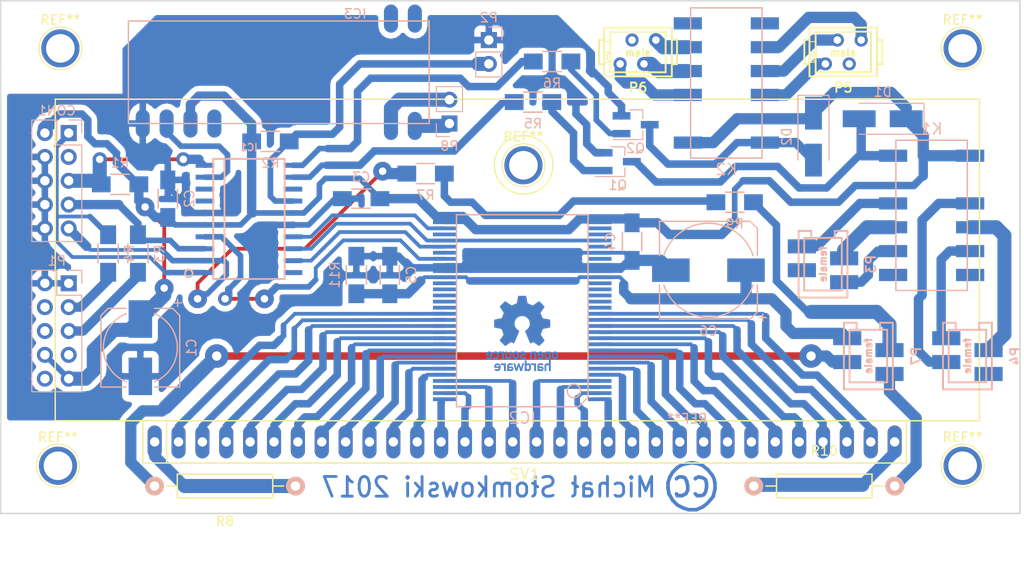
<source format=kicad_pcb>
(kicad_pcb (version 20241229) (generator "pcbnew") (generator_version "9.0")
  (title_block (date "2017-01-12") (rev "1"))
  (layers (0 "F.Cu" signal) (2 "B.Cu" signal) (13 "F.Paste" user) (15 "B.Paste" user) (5 "F.SilkS" user) (7 "B.SilkS" user) (1 "F.Mask" user) (3 "B.Mask" user) (25 "Edge.Cuts" user))
  (net 0 "")
  (net 1 "+5V")
  (net 2 "GND")
  (net 3 "+36V")
  (net 4 "/MOSI_SDA")
  (net 5 "/RST")
  (net 6 "/SCK_SCL")
  (net 7 "Net-(P1-Pad3)")
  (net 8 "Net-(P1-Pad5)")
  (net 9 "Net-(D1-Pad2)")
  (net 10 "Net-(K1-Pad10)")
  (net 11 "Net-(K1-Pad3)")
  (net 12 "Net-(K1-Pad9)")
  (net 13 "Net-(K1-Pad4)")
  (net 14 "Net-(K1-Pad8)")
  (net 15 "Net-(K1-Pad5)")
  (net 16 "Net-(Q1-Pad1)")
  (net 17 "Net-(R10-Pad1)")
  (net 18 "/dotDOWN")
  (net 19 "/dotPM")
  (net 20 "/dotAM")
  (net 21 "/1segF")
  (net 22 "/1segG")
  (net 23 "/1segAED")
  (net 24 "/1segC")
  (net 25 "/1segB")
  (net 26 "/2segF")
  (net 27 "/2segG")
  (net 28 "/2segA")
  (net 29 "/2segB")
  (net 30 "/2segD")
  (net 31 "/2segC")
  (net 32 "/2segE")
  (net 33 "/GRID")
  (net 34 "/3segF")
  (net 35 "/3segG")
  (net 36 "/3segAD")
  (net 37 "/3segB")
  (net 38 "/3segE")
  (net 39 "/3segC")
  (net 40 "/4segF")
  (net 41 "/4segG")
  (net 42 "/4segA")
  (net 43 "/4segB")
  (net 44 "/4segE")
  (net 45 "/4segC")
  (net 46 "/4segD")
  (net 47 "Net-(D2-Pad2)")
  (net 48 "Net-(K2-Pad10)")
  (net 49 "Net-(K2-Pad3)")
  (net 50 "Net-(K2-Pad9)")
  (net 51 "Net-(K2-Pad4)")
  (net 52 "Net-(K2-Pad8)")
  (net 53 "Net-(K2-Pad5)")
  (net 54 "Net-(Q2-Pad1)")
  (net 55 "/1WIRE")
  (net 56 "Net-(P7-Pad4)")
  (net 57 "Net-(P7-Pad2)")
  (net 58 "Net-(R7-Pad2)")
  (net 59 "Net-(R8-Pad1)")
  (net 60 "/dotUP")
  (net 61 "/CL")
  (net 62 "/STB")
  (net 63 "/CK")
  (net 64 "/S-IN")
  (net 65 "/REL1")
  (net 66 "/REL2")
  (net 67 "Net-(P7-Pad3)")
  (net 68 "/MISO_GAUGE")
  (net 69 "/RADIO")
  (net 70 "Net-(IC3-Pad2)")
  (net 71 "Net-(IC3-Pad1)")
  (footprint "futaba-vfd:futaba-vfd-5-LT-02" (layer "F.Cu") (at 86.995 62.738)
    (property "Reference" "SV1")
    (property "Value" "5-LT-02M")
  )
  (footprint "Resistors_ThroughHole:Resistor_Horizontal_RM15mm" (layer "F.Cu") (at 62.611 67.437 180)
    (property "Reference" "R8")
    (property "Value" "33")
  )
  (footprint "Resistors_ThroughHole:Resistor_Horizontal_RM15mm" (layer "F.Cu") (at 111.379 67.437)
    (property "Reference" "R10")
    (property "Value" "33")
  )
  (footprint "Connect:1pin" (layer "F.Cu") (at 133.604 65.278)
    (property "Reference" "REF**")
    (property "Value" "1pin")
  )
  (footprint "Connect:1pin" (layer "F.Cu") (at 133.604 20.828)
    (property "Reference" "REF**")
    (property "Value" "1pin")
  )
  (footprint "Connect:1pin" (layer "F.Cu") (at 37.592 20.828)
    (property "Reference" "REF**")
    (property "Value" "1pin")
  )
  (footprint "Connect:1pin" (layer "F.Cu") (at 37.338 65.278)
    (property "Reference" "REF**")
    (property "Value" "1pin")
  )
  (footprint "micro-MaTch:0-215464-4_TH_4-pin_male" (layer "F.Cu") (at 120.904 21.209 180)
    (property "Reference" "P5")
    (property "Value" "CONN_01X04" (hide yes))
  )
  (footprint "micro-MaTch:0-215464-4_TH_4-pin_male" (layer "F.Cu") (at 99.06 21.209 180)
    (property "Reference" "P6")
    (property "Value" "CONN_01X04" (hide yes))
  )
  (footprint "Connect:1pin" (layer "F.Cu") (at 86.868 33.274)
    (property "Reference" "REF**")
    (property "Value" "1pin")
  )
  (footprint "Capacitors_SMD:C_1206_HandSoldering" (layer "B.Cu") (at 49.022 36.83 90)
    (property "Reference" "C2")
    (property "Value" "100n")
  )
  (footprint "Capacitors_SMD:C_1206_HandSoldering" (layer "B.Cu") (at 98.425 41.402 -90)
    (property "Reference" "C4")
    (property "Value" "100n")
  )
  (footprint "Capacitors_SMD:C_1206_HandSoldering" (layer "B.Cu") (at 72.644 44.958 90)
    (property "Reference" "C5")
    (property "Value" "100n")
  )
  (footprint "Pin_Headers:Pin_Header_Straight_2x05_Pitch2.54mm" (layer "B.Cu") (at 38.481 29.845 180)
    (property "Reference" "CON1")
    (property "Value" "AVR-ISP-10")
  )
  (footprint "V23079:V23098-SMT-long" (layer "B.Cu") (at 130.302 38.608 -90)
    (property "Reference" "K1")
    (property "Value" "V23079")
  )
  (footprint "Pin_Headers:Pin_Header_Straight_2x05_Pitch2.54mm" (layer "B.Cu") (at 38.481 45.847 180)
    (property "Reference" "P1")
    (property "Value" "CONN_02X05")
  )
  (footprint "Resistors_SMD:R_1206_HandSoldering" (layer "B.Cu") (at 43.942 35.306 180)
    (property "Reference" "R1")
    (property "Value" "10k")
  )
  (footprint "Resistors_SMD:R_1206_HandSoldering" (layer "B.Cu") (at 59.944 30.734)
    (property "Reference" "R2")
    (property "Value" "4k7")
  )
  (footprint "Resistors_SMD:R_1206_HandSoldering" (layer "B.Cu") (at 45.847 42.672 90)
    (property "Reference" "R3")
    (property "Value" "220")
  )
  (footprint "Resistors_SMD:R_1206_HandSoldering" (layer "B.Cu") (at 89.916 22.225)
    (property "Reference" "R6")
    (property "Value" "1k")
  )
  (footprint "Resistors_SMD:R_1206_HandSoldering" (layer "B.Cu") (at 76.454 34.163)
    (property "Reference" "R7")
    (property "Value" "4k7")
  )
  (footprint "Diodes_SMD:SMA_Handsoldering" (layer "B.Cu") (at 125.095 28.321 180)
    (property "Reference" "D1")
    (property "Value" "D")
  )
  (footprint "micro-MaTch:0-188275-4_SMD_4-pin_female" (layer "B.Cu") (at 118.745 43.815 90)
    (property "Reference" "P3")
    (property "Value" "CONN_01X04" (hide yes))
  )
  (footprint "TO_SOT_Packages_SMD:SOT-23_Handsoldering" (layer "B.Cu") (at 96.901 32.893)
    (property "Reference" "Q1")
    (property "Value" "BC849")
  )
  (footprint "Resistors_SMD:R_1206_HandSoldering" (layer "B.Cu") (at 109.347 37.211)
    (property "Reference" "R9")
    (property "Value" "4k7")
  )
  (footprint "micro-MaTch:0-188275-4_SMD_4-pin_female" (layer "B.Cu") (at 134.112 53.594 90)
    (property "Reference" "P4")
    (property "Value" "CONN_01X04" (hide yes))
  )
  (footprint "Diodes_SMD:SMA_Handsoldering" (layer "B.Cu") (at 117.729 30.226 -90)
    (property "Reference" "D2")
    (property "Value" "D")
  )
  (footprint "V23079:V23098-SMT-long" (layer "B.Cu") (at 108.458 24.511 90)
    (property "Reference" "K2")
    (property "Value" "V23079")
  )
  (footprint "TO_SOT_Packages_SMD:SOT-23_Handsoldering" (layer "B.Cu") (at 98.806 28.956)
    (property "Reference" "Q2")
    (property "Value" "BC849")
  )
  (footprint "Capacitors_SMD:c_elec_8x10" (layer "B.Cu") (at 46.101 52.705 -90)
    (property "Reference" "C1")
    (property "Value" "47u")
  )
  (footprint "Capacitors_SMD:C_1206_HandSoldering" (layer "B.Cu") (at 69.596 36.83 180)
    (property "Reference" "C3")
    (property "Value" "100n")
  )
  (footprint "Capacitors_SMD:c_elec_10x10" (layer "B.Cu") (at 106.553 44.45 180)
    (property "Reference" "C6")
    (property "Value" "220u")
  )
  (footprint "TD62C950RF:TD62C950RF-SSOP60-P-0.65A" (layer "B.Cu") (at 86.741 48.768 90)
    (property "Reference" "IC2")
    (property "Value" "TD62C950RF")
  )
  (footprint "micro-MaTch:0-188275-4_SMD_4-pin_female" (layer "B.Cu") (at 123.571 53.594 90)
    (property "Reference" "P7")
    (property "Value" "CONN_01X04" (hide yes))
  )
  (footprint "Resistors_SMD:R_1206_HandSoldering" (layer "B.Cu") (at 42.672 42.672 90)
    (property "Reference" "R4")
    (property "Value" "220")
  )
  (footprint "Resistors_SMD:R_1206_HandSoldering" (layer "B.Cu") (at 87.884 26.543)
    (property "Reference" "R5")
    (property "Value" "1k")
  )
  (footprint "Pin_Headers:Pin_Header_Straight_1x02_Pitch2.54mm" (layer "B.Cu") (at 83.185 19.939 180)
    (property "Reference" "P2")
    (property "Value" "CONN_01X02")
  )
  (footprint "Resistors_SMD:R_1206_HandSoldering" (layer "B.Cu") (at 69.088 44.958 -90)
    (property "Reference" "R11")
    (property "Value" "100k")
  )
  (footprint "soic:SOIC20" (layer "B.Cu") (at 57.658 38.989)
    (property "Reference" "IC1")
    (property "Value" "ATTINY26-S" (hide yes))
  )
  (footprint "RFM83C_standard:RFM83C_standard" (layer "B.Cu") (at 76.835 28.829 180)
    (property "Reference" "IC3")
    (property "Value" "RFM83C-433S")
  )
  (footprint "Pin_Headers:Pin_Header_Straight_1x02_Pitch2.54mm" (layer "B.Cu") (at 78.994 28.829)
    (property "Reference" "P8")
    (property "Value" "CONN_01X02")
  )
  (footprint "Symbols:Symbol_CreativeCommons_CopperTop_Type2_Small" (layer "B.Cu") (at 104.902 67.564 180)
    (property "Reference" "REF**")
    (property "Value" "Symbol_CreativeCommons_CopperTop_Type2_Small")
  )
  (footprint "Symbols:OSHW-Logo_7.5x8mm_Copper" (layer "B.Cu") (at 86.741 51.181 180)
    (property "Reference" "REF***" (hide yes))
    (property "Value" "OSHW-Logo_7.5x8mm_Copper" (hide yes))
  )
  (gr_line (start 31.242 22.86) (end 31.242 15.748) (stroke (width 0.15)) (layer "Edge.Cuts"))
  (gr_line (start 31.242 15.748) (end 139.7 15.748) (stroke (width 0.15)) (layer "Edge.Cuts"))
  (gr_line (start 139.7 22.86) (end 139.7 70.358) (stroke (width 0.15)) (layer "Edge.Cuts"))
  (gr_line (start 139.7 70.358) (end 31.242 70.358) (stroke (width 0.15)) (layer "Edge.Cuts"))
  (gr_line (start 31.242 70.358) (end 31.242 22.86) (stroke (width 0.15)) (layer "Edge.Cuts"))
  (gr_line (start 139.7 22.86) (end 139.7 15.748) (stroke (width 0.15)) (layer "Edge.Cuts"))
  (gr_text "Michał Słomkowski 2017" (at 83.185 67.564 0) (layer "B.Cu") (effects (font (size 2.1 1.9) (thickness 0.3)) (justify mirror)))
  (segment (start 48.641 46.355) (end 48.641 39.751) (width 0.4) (layer "F.Cu") (net 1))
  (segment (start 48.641 39.751) (end 46.609 37.719) (width 0.4) (layer "F.Cu") (net 1))
  (via (at 48.641 46.355) (size 2) (drill 0.8) (layers "F.Cu" "B.Cu") (net 1))
  (via (at 46.609 37.719) (size 2) (drill 0.8) (layers "F.Cu" "B.Cu") (net 1))
  (segment (start 77.443 39.343) (end 78.491 39.343) (width 0.25) (layer "B.Cu") (net 1))
  (segment (start 107.061 30.861) (end 109.601 28.321) (width 1.2) (layer "B.Cu") (net 1))
  (segment (start 109.601 28.321) (end 117.134 28.321) (width 1.2) (layer "B.Cu") (net 1))
  (segment (start 117.134 28.321) (end 117.729 27.726) (width 1.2) (layer "B.Cu") (net 1))
  (segment (start 127.595 27.138) (end 125.984 25.527) (width 1.2) (layer "B.Cu") (net 1))
  (segment (start 125.984 25.527) (end 119.928 25.527) (width 1.2) (layer "B.Cu") (net 1))
  (segment (start 119.928 25.527) (end 117.729 27.726) (width 1.2) (layer "B.Cu") (net 1))
  (segment (start 98.012 38.989) (end 98.425 39.402) (width 1) (layer "B.Cu") (net 1))
  (segment (start 94.969 39.343) (end 94.615 38.989) (width 0.4) (layer "B.Cu") (net 1))
  (segment (start 122.174 35.433) (end 128.397 35.433) (width 0.8) (layer "B.Cu") (net 1))
  (segment (start 128.397 35.433) (end 129.413 34.417) (width 0.8) (layer "B.Cu") (net 1))
  (segment (start 129.413 32.258) (end 129.413 34.417) (width 1) (layer "B.Cu") (net 1))
  (segment (start 129.413 30.139) (end 127.595 28.321) (width 1.2) (layer "B.Cu") (net 1))
  (segment (start 129.413 32.258) (end 129.413 30.139) (width 1.2) (layer "B.Cu") (net 1))
  (segment (start 40.259 56.007) (end 41.148 55.118) (width 1.5) (layer "B.Cu") (net 1))
  (segment (start 41.148 55.118) (end 41.148 52.959) (width 1.5) (layer "B.Cu") (net 1))
  (segment (start 41.148 52.959) (end 43.307 50.8) (width 1.5) (layer "B.Cu") (net 1))
  (segment (start 43.307 50.8) (end 44.956 50.8) (width 1.5) (layer "B.Cu") (net 1))
  (segment (start 44.956 50.8) (end 46.101 49.655) (width 1.5) (layer "B.Cu") (net 1))
  (segment (start 120.396 37.211) (end 115.316 37.211) (width 0.8) (layer "B.Cu") (net 1))
  (segment (start 115.316 37.211) (end 113.03 34.925) (width 0.8) (layer "B.Cu") (net 1))
  (segment (start 113.03 34.925) (end 110.236 34.925) (width 0.8) (layer "B.Cu") (net 1))
  (segment (start 109.347 35.814) (end 109.347 39.243) (width 0.6) (layer "B.Cu") (net 1))
  (segment (start 107.95 40.64) (end 102.362 40.64) (width 1) (layer "B.Cu") (net 1))
  (segment (start 102.362 40.64) (end 101.124 39.402) (width 1) (layer "B.Cu") (net 1))
  (segment (start 101.124 39.402) (end 98.425 39.402) (width 1) (layer "B.Cu") (net 1))
  (segment (start 92.837 38.989) (end 91.694 40.132) (width 1) (layer "B.Cu") (net 1))
  (segment (start 91.694 40.132) (end 81.788 40.132) (width 1) (layer "B.Cu") (net 1))
  (segment (start 81.788 40.132) (end 81.026 39.37) (width 1) (layer "B.Cu") (net 1))
  (segment (start 80.999 39.343) (end 81.026 39.37) (width 0.4) (layer "B.Cu") (net 1))
  (segment (start 63.5 38.354) (end 65.151 36.703) (width 0.6) (layer "B.Cu") (net 1))
  (segment (start 65.151 36.703) (end 65.151 35.306) (width 0.6) (layer "B.Cu") (net 1))
  (segment (start 65.151 35.306) (end 65.786 34.671) (width 0.6) (layer "B.Cu") (net 1))
  (segment (start 65.786 34.671) (end 69.437 34.671) (width 0.6) (layer "B.Cu") (net 1))
  (segment (start 69.437 34.671) (end 71.596 36.83) (width 0.6) (layer "B.Cu") (net 1))
  (segment (start 80.391 38.735) (end 77.597 38.735) (width 1) (layer "B.Cu") (net 1))
  (segment (start 77.597 38.735) (end 75.692 36.83) (width 1) (layer "B.Cu") (net 1))
  (segment (start 75.692 36.83) (end 71.596 36.83) (width 1) (layer "B.Cu") (net 1))
  (segment (start 80.999 39.343) (end 81.026 39.37) (width 0.4) (layer "B.Cu") (net 1))
  (segment (start 58.039 38.354) (end 56.769 39.624) (width 0.6) (layer "B.Cu") (net 1))
  (segment (start 56.769 39.624) (end 52.973 39.624) (width 0.6) (layer "B.Cu") (net 1))
  (segment (start 57.944 38.259) (end 58.039 38.354) (width 1) (layer "B.Cu") (net 1))
  (segment (start 51.435 26.797) (end 52.324 25.908) (width 1) (layer "B.Cu") (net 1))
  (segment (start 52.324 25.908) (end 54.991 25.908) (width 1) (layer "B.Cu") (net 1))
  (segment (start 54.991 25.908) (end 57.944 28.861) (width 1) (layer "B.Cu") (net 1))
  (segment (start 57.944 28.861) (end 57.944 30.734) (width 1) (layer "B.Cu") (net 1))
  (segment (start 48.641 47.115) (end 48.641 46.355) (width 1.5) (layer "B.Cu") (net 1))
  (segment (start 46.609 37.719) (end 45.942 37.052) (width 1) (layer "B.Cu") (net 1))
  (segment (start 45.942 37.052) (end 45.942 35.306) (width 1) (layer "B.Cu") (net 1))
  (segment (start 47.72 38.83) (end 49.022 38.83) (width 1) (layer "B.Cu") (net 1))
  (segment (start 49.816 39.624) (end 49.022 38.83) (width 0.6) (layer "B.Cu") (net 1))
  (segment (start 43.561 33.02) (end 45.847 35.306) (width 0.8) (layer "B.Cu") (net 1))
  (segment (start 43.561 33.02) (end 43.561 32.004) (width 0.8) (layer "B.Cu") (net 1))
  (segment (start 43.561 32.004) (end 42.545 30.988) (width 0.8) (layer "B.Cu") (net 1))
  (segment (start 42.545 30.988) (end 41.275 30.988) (width 0.8) (layer "B.Cu") (net 1))
  (segment (start 41.275 30.988) (end 40.513 30.226) (width 0.8) (layer "B.Cu") (net 1))
  (segment (start 40.513 30.226) (end 40.513 28.448) (width 0.8) (layer "B.Cu") (net 1))
  (segment (start 40.513 28.448) (end 39.878 27.813) (width 0.8) (layer "B.Cu") (net 1))
  (segment (start 39.878 27.813) (end 37.465 27.813) (width 0.8) (layer "B.Cu") (net 1))
  (segment (start 37.465 27.813) (end 36.322 28.956) (width 0.8) (layer "B.Cu") (net 1))
  (segment (start 35.941 29.337) (end 35.941 29.845) (width 1.5) (layer "B.Cu") (net 1))
  (segment (start 78.491 39.343) (end 80.999 39.343) (width 0.4) (layer "B.Cu") (net 1))
  (segment (start 98.012 38.989) (end 94.615 38.989) (width 1) (layer "B.Cu") (net 1))
  (segment (start 104.358 30.861) (end 107.061 30.861) (width 1.2) (layer "B.Cu") (net 1))
  (segment (start 45.942 35.306) (end 45.847 35.306) (width 0.8) (layer "B.Cu") (net 1))
  (segment (start 51.435 28.829) (end 51.435 26.797) (width 1) (layer "B.Cu") (net 1))
  (segment (start 57.944 30.734) (end 57.944 38.259) (width 1) (layer "B.Cu") (net 1))
  (segment (start 62.343 38.354) (end 63.5 38.354) (width 0.6) (layer "B.Cu") (net 1))
  (segment (start 109.347 39.243) (end 107.95 40.64) (width 1) (layer "B.Cu") (net 1))
  (segment (start 81.026 39.37) (end 80.391 38.735) (width 1) (layer "B.Cu") (net 1))
  (segment (start 52.973 39.624) (end 49.816 39.624) (width 0.6) (layer "B.Cu") (net 1))
  (segment (start 38.481 56.007) (end 40.259 56.007) (width 1.5) (layer "B.Cu") (net 1))
  (segment (start 110.236 34.925) (end 109.347 35.814) (width 0.6) (layer "B.Cu") (net 1))
  (segment (start 62.343 38.354) (end 58.039 38.354) (width 0.6) (layer "B.Cu") (net 1))
  (segment (start 134.402 32.258) (end 129.413 32.258) (width 1.2) (layer "B.Cu") (net 1))
  (segment (start 35.941 53.467) (end 38.481 56.007) (width 0.6) (layer "B.Cu") (net 1))
  (segment (start 92.837 38.989) (end 94.615 38.989) (width 1) (layer "B.Cu") (net 1))
  (segment (start 46.609 37.719) (end 47.72 38.83) (width 1) (layer "B.Cu") (net 1))
  (segment (start 122.174 35.433) (end 120.396 37.211) (width 0.8) (layer "B.Cu") (net 1))
  (segment (start 94.991 39.343) (end 94.969 39.343) (width 0.4) (layer "B.Cu") (net 1))
  (segment (start 35.941 29.337) (end 36.322 28.956) (width 1.5) (layer "B.Cu") (net 1))
  (segment (start 46.101 49.655) (end 48.641 47.115) (width 1.5) (layer "B.Cu") (net 1))
  (segment (start 127.595 28.321) (end 127.595 27.138) (width 1.2) (layer "B.Cu") (net 1))
  (segment (start 49.022 35.56) (end 49.022 34.83) (width 0.25) (layer "B.Cu") (net 2))
  (segment (start 92.251 43.893) (end 92.202 43.942) (width 0.4) (layer "B.Cu") (net 2))
  (segment (start 92.202 43.942) (end 92.202 44.543) (width 0.4) (layer "B.Cu") (net 2))
  (segment (start 92.202 44.543) (end 81.28 44.543) (width 0.4) (layer "B.Cu") (net 2))
  (segment (start 81.104 43.893) (end 81.28 44.069) (width 0.4) (layer "B.Cu") (net 2))
  (segment (start 81.28 44.069) (end 81.28 44.543) (width 0.4) (layer "B.Cu") (net 2))
  (segment (start 81.28 44.543) (end 78.491 44.543) (width 0.4) (layer "B.Cu") (net 2))
  (segment (start 92.408 42.593) (end 92.202 42.799) (width 0.4) (layer "B.Cu") (net 2))
  (segment (start 92.202 42.799) (end 92.202 43.942) (width 0.4) (layer "B.Cu") (net 2))
  (segment (start 97.284 44.543) (end 98.425 43.402) (width 0.4) (layer "B.Cu") (net 2))
  (segment (start 97.934 43.893) (end 98.425 43.402) (width 0.4) (layer "B.Cu") (net 2))
  (segment (start 97.616 42.593) (end 98.425 43.402) (width 0.4) (layer "B.Cu") (net 2))
  (segment (start 64.008 39.624) (end 66.802 36.83) (width 0.6) (layer "B.Cu") (net 2))
  (segment (start 66.802 36.83) (end 67.596 36.83) (width 0.6) (layer "B.Cu") (net 2))
  (segment (start 98.076 43.402) (end 97.282 44.196) (width 0.8) (layer "B.Cu") (net 2))
  (segment (start 97.282 44.196) (end 74.803 44.196) (width 0.8) (layer "B.Cu") (net 2))
  (segment (start 74.803 44.196) (end 73.565 42.958) (width 0.8) (layer "B.Cu") (net 2))
  (segment (start 73.565 42.958) (end 72.644 42.958) (width 0.8) (layer "B.Cu") (net 2))
  (segment (start 94.554 31.943) (end 93.599 30.988) (width 0.8) (layer "B.Cu") (net 2))
  (segment (start 93.599 30.988) (end 93.599 29.21) (width 0.8) (layer "B.Cu") (net 2))
  (segment (start 51.816 38.354) (end 49.022 35.56) (width 0.6) (layer "B.Cu") (net 2))
  (segment (start 49.022 35.56) (end 49.022 34.83) (width 0.6) (layer "B.Cu") (net 2))
  (segment (start 93.599 28.956) (end 92.456 27.813) (width 0.8) (layer "B.Cu") (net 2))
  (segment (start 92.456 27.813) (end 92.456 26.035) (width 0.8) (layer "B.Cu") (net 2))
  (segment (start 97.306 26.948) (end 95.885 25.527) (width 0.8) (layer "B.Cu") (net 2))
  (segment (start 95.885 25.527) (end 95.885 24.892) (width 0.8) (layer "B.Cu") (net 2))
  (segment (start 95.885 24.892) (end 93.98 22.987) (width 0.8) (layer "B.Cu") (net 2))
  (segment (start 101.505 43.402) (end 102.553 44.45) (width 1.2) (layer "B.Cu") (net 2))
  (segment (start 94.991 42.593) (end 92.408 42.593) (width 0.4) (layer "B.Cu") (net 2))
  (segment (start 97.306 28.006) (end 97.306 26.948) (width 0.8) (layer "B.Cu") (net 2))
  (segment (start 98.425 43.402) (end 101.505 43.402) (width 1.2) (layer "B.Cu") (net 2))
  (segment (start 94.991 43.893) (end 97.934 43.893) (width 0.4) (layer "B.Cu") (net 2))
  (segment (start 94.991 44.543) (end 97.284 44.543) (width 0.4) (layer "B.Cu") (net 2))
  (segment (start 62.343 39.624) (end 64.008 39.624) (width 0.6) (layer "B.Cu") (net 2))
  (segment (start 94.991 42.593) (end 97.616 42.593) (width 0.4) (layer "B.Cu") (net 2))
  (segment (start 52.973 38.354) (end 51.816 38.354) (width 0.6) (layer "B.Cu") (net 2))
  (segment (start 95.401 31.943) (end 94.554 31.943) (width 0.8) (layer "B.Cu") (net 2))
  (segment (start 94.991 43.893) (end 92.251 43.893) (width 0.4) (layer "B.Cu") (net 2))
  (segment (start 78.491 43.893) (end 81.104 43.893) (width 0.4) (layer "B.Cu") (net 2))
  (segment (start 94.991 44.543) (end 92.202 44.543) (width 0.4) (layer "B.Cu") (net 2))
  (segment (start 98.425 43.402) (end 98.076 43.402) (width 0.8) (layer "B.Cu") (net 2))
  (segment (start 93.599 29.21) (end 93.599 28.956) (width 0.8) (layer "B.Cu") (net 2))
  (segment (start 92.856 45.193) (end 92.456 45.593) (width 0.4) (layer "B.Cu") (net 3))
  (segment (start 80.753 45.193) (end 81.153 45.593) (width 0.4) (layer "B.Cu") (net 3))
  (segment (start 76.346 45.193) (end 75.946 45.593) (width 0.4) (layer "B.Cu") (net 3))
  (segment (start 74.581 46.958) (end 72.644 46.958) (width 1) (layer "B.Cu") (net 3))
  (segment (start 97.136 45.193) (end 97.536 45.593) (width 0.4) (layer "B.Cu") (net 3))
  (segment (start 97.536 45.593) (end 97.536 45.974) (width 0.4) (layer "B.Cu") (net 3))
  (segment (start 97.536 46.736) (end 98.298 47.498) (width 1) (layer "B.Cu") (net 3))
  (segment (start 113.284 47.498) (end 114.808 49.022) (width 1.2) (layer "B.Cu") (net 3))
  (segment (start 114.808 49.022) (end 114.808 50.419) (width 1.2) (layer "B.Cu") (net 3))
  (segment (start 114.808 50.419) (end 115.57 51.181) (width 1.2) (layer "B.Cu") (net 3))
  (segment (start 120.808 51.181) (end 115.57 51.181) (width 1.2) (layer "B.Cu") (net 3))
  (segment (start 120.808 51.181) (end 121.321 51.694) (width 1) (layer "B.Cu") (net 3))
  (segment (start 110.553 47.498) (end 110.617 47.498) (width 1.2) (layer "B.Cu") (net 3))
  (segment (start 110.617 47.498) (end 113.284 47.498) (width 1.2) (layer "B.Cu") (net 3))
  (segment (start 97.136 45.193) (end 94.991 45.193) (width 0.4) (layer "B.Cu") (net 3))
  (segment (start 110.553 44.45) (end 110.553 47.498) (width 1.2) (layer "B.Cu") (net 3))
  (segment (start 98.298 47.498) (end 110.617 47.498) (width 1.2) (layer "B.Cu") (net 3))
  (segment (start 97.536 45.974) (end 97.536 46.736) (width 1) (layer "B.Cu") (net 3))
  (segment (start 72.644 46.958) (end 69.088 46.958) (width 1) (layer "B.Cu") (net 3))
  (segment (start 75.946 45.593) (end 74.581 46.958) (width 1) (layer "B.Cu") (net 3))
  (segment (start 80.753 45.193) (end 78.491 45.193) (width 0.4) (layer "B.Cu") (net 3))
  (segment (start 92.456 45.593) (end 81.153 45.593) (width 0.8) (layer "B.Cu") (net 3))
  (segment (start 78.491 45.193) (end 76.346 45.193) (width 0.4) (layer "B.Cu") (net 3))
  (segment (start 94.991 45.193) (end 92.856 45.193) (width 0.4) (layer "B.Cu") (net 3))
  (segment (start 38.481 29.972) (end 37.211 31.242) (width 0.6) (layer "B.Cu") (net 4))
  (segment (start 37.211 31.242) (end 37.211 38.735) (width 0.4) (layer "B.Cu") (net 4))
  (segment (start 37.211 41.402) (end 38.862 43.053) (width 0.4) (layer "B.Cu") (net 4))
  (segment (start 38.862 43.053) (end 47.117 43.053) (width 0.4) (layer "B.Cu") (net 4))
  (segment (start 47.117 43.053) (end 48.768 44.704) (width 0.4) (layer "B.Cu") (net 4))
  (segment (start 48.768 44.704) (end 52.973 44.704) (width 0.6) (layer "B.Cu") (net 4))
  (segment (start 40.735 38.735) (end 37.211 38.735) (width 0.4) (layer "B.Cu") (net 4))
  (segment (start 37.211 38.735) (end 37.211 41.402) (width 0.4) (layer "B.Cu") (net 4))
  (segment (start 42.672 40.672) (end 40.735 38.735) (width 0.6) (layer "B.Cu") (net 4))
  (segment (start 38.481 29.845) (end 38.481 29.972) (width 0.25) (layer "B.Cu") (net 4))
  (segment (start 50.673 32.639) (end 41.783 32.639) (width 0.4) (layer "F.Cu") (net 5))
  (via (at 41.783 32.639) (size 1.5) (drill 0.8) (layers "F.Cu" "B.Cu") (net 5))
  (via (at 50.673 32.639) (size 1.5) (drill 0.8) (layers "F.Cu" "B.Cu") (net 5))
  (segment (start 52.338 32.639) (end 50.673 32.639) (width 1) (layer "B.Cu") (net 5))
  (segment (start 41.783 32.639) (end 41.783 35.147) (width 1.5) (layer "B.Cu") (net 5))
  (segment (start 41.783 35.147) (end 41.942 35.306) (width 1.5) (layer "B.Cu") (net 5))
  (segment (start 41.561 34.925) (end 41.942 35.306) (width 1.5) (layer "B.Cu") (net 5))
  (segment (start 38.481 34.925) (end 41.561 34.925) (width 1.5) (layer "B.Cu") (net 5))
  (segment (start 52.973 33.274) (end 52.338 32.639) (width 0.6) (layer "B.Cu") (net 5))
  (segment (start 50.165 42.164) (end 49.276 41.275) (width 0.6) (layer "B.Cu") (net 6))
  (segment (start 49.276 41.275) (end 46.45 41.275) (width 0.6) (layer "B.Cu") (net 6))
  (segment (start 46.45 41.275) (end 45.847 40.672) (width 0.6) (layer "B.Cu") (net 6))
  (segment (start 43.815 37.465) (end 45.847 39.497) (width 0.8) (layer "B.Cu") (net 6))
  (segment (start 45.847 39.497) (end 45.847 40.672) (width 0.8) (layer "B.Cu") (net 6))
  (segment (start 38.481 37.465) (end 43.815 37.465) (width 1) (layer "B.Cu") (net 6))
  (segment (start 52.973 42.164) (end 50.165 42.164) (width 0.6) (layer "B.Cu") (net 6))
  (segment (start 39.751 48.387) (end 42.672 45.466) (width 1) (layer "B.Cu") (net 7))
  (segment (start 42.672 45.466) (end 42.672 44.672) (width 1) (layer "B.Cu") (net 7))
  (segment (start 38.481 48.387) (end 39.751 48.387) (width 1) (layer "B.Cu") (net 7))
  (segment (start 45.847 44.958) (end 45.847 44.672) (width 0.25) (layer "B.Cu") (net 8))
  (segment (start 40.005 50.927) (end 45.847 45.085) (width 1) (layer "B.Cu") (net 8))
  (segment (start 45.847 45.085) (end 45.847 44.672) (width 1) (layer "B.Cu") (net 8))
  (segment (start 38.481 50.927) (end 40.005 50.927) (width 1) (layer "B.Cu") (net 8))
  (segment (start 98.806 32.893) (end 99.822 33.909) (width 0.8) (layer "B.Cu") (net 9))
  (segment (start 100.965 35.052) (end 107.823 35.052) (width 0.8) (layer "B.Cu") (net 9))
  (segment (start 107.823 35.052) (end 109.474 33.401) (width 0.8) (layer "B.Cu") (net 9))
  (segment (start 109.474 33.401) (end 113.919 33.401) (width 0.8) (layer "B.Cu") (net 9))
  (segment (start 113.919 33.401) (end 114.554 34.036) (width 0.8) (layer "B.Cu") (net 9))
  (segment (start 122.809 32.258) (end 126.202 32.258) (width 1) (layer "B.Cu") (net 9))
  (segment (start 122.809 28.535) (end 122.595 28.321) (width 1) (layer "B.Cu") (net 9))
  (segment (start 116.205 35.687) (end 119.126 35.687) (width 0.8) (layer "B.Cu") (net 9))
  (segment (start 119.126 35.687) (end 122.809 32.004) (width 0.8) (layer "B.Cu") (net 9))
  (segment (start 122.809 32.004) (end 122.809 28.535) (width 1) (layer "B.Cu") (net 9))
  (segment (start 114.554 34.036) (end 116.205 35.687) (width 0.8) (layer "B.Cu") (net 9))
  (segment (start 98.401 32.893) (end 98.806 32.893) (width 0.8) (layer "B.Cu") (net 9))
  (segment (start 122.809 32.258) (end 122.809 32.004) (width 1) (layer "B.Cu") (net 9))
  (segment (start 99.822 33.909) (end 100.965 35.052) (width 0.8) (layer "B.Cu") (net 9))
  (segment (start 118.105 41.915) (end 122.682 37.338) (width 1) (layer "B.Cu") (net 10))
  (segment (start 122.682 37.338) (end 126.202 37.338) (width 1) (layer "B.Cu") (net 10))
  (segment (start 116.495 41.915) (end 118.105 41.915) (width 1) (layer "B.Cu") (net 10))
  (segment (start 131.064 37.338) (end 129.286 39.116) (width 1) (layer "B.Cu") (net 11))
  (segment (start 129.286 39.116) (end 129.286 47.117) (width 1) (layer "B.Cu") (net 11))
  (segment (start 129.286 47.117) (end 128.905 47.498) (width 1) (layer "B.Cu") (net 11))
  (segment (start 128.905 47.498) (end 128.905 53.086) (width 1) (layer "B.Cu") (net 11))
  (segment (start 128.905 53.086) (end 130.053 54.234) (width 1) (layer "B.Cu") (net 11))
  (segment (start 130.053 54.234) (end 131.862 54.234) (width 1) (layer "B.Cu") (net 11))
  (segment (start 134.402 37.338) (end 131.064 37.338) (width 1) (layer "B.Cu") (net 11))
  (segment (start 123.444 39.878) (end 120.995 42.327) (width 1.5) (layer "B.Cu") (net 12))
  (segment (start 120.995 42.327) (end 120.995 43.185) (width 1.5) (layer "B.Cu") (net 12))
  (segment (start 126.202 39.878) (end 123.444 39.878) (width 1.5) (layer "B.Cu") (net 12))
  (segment (start 138.049 51.277) (end 138.049 40.767) (width 1.5) (layer "B.Cu") (net 13))
  (segment (start 138.049 40.767) (end 137.16 39.878) (width 1.5) (layer "B.Cu") (net 13))
  (segment (start 137.16 39.878) (end 134.402 39.878) (width 1.5) (layer "B.Cu") (net 13))
  (segment (start 136.362 52.964) (end 138.049 51.277) (width 1.5) (layer "B.Cu") (net 13))
  (segment (start 124.587 42.418) (end 123.571 43.434) (width 1) (layer "B.Cu") (net 14))
  (segment (start 123.571 43.434) (end 123.571 44.958) (width 1) (layer "B.Cu") (net 14))
  (segment (start 123.571 44.958) (end 122.804 45.725) (width 1) (layer "B.Cu") (net 14))
  (segment (start 122.804 45.725) (end 120.995 45.725) (width 1) (layer "B.Cu") (net 14))
  (segment (start 126.202 42.418) (end 124.587 42.418) (width 1) (layer "B.Cu") (net 14))
  (segment (start 132.207 42.418) (end 131.318 43.307) (width 1) (layer "B.Cu") (net 15))
  (segment (start 131.318 43.307) (end 131.318 51.15) (width 1) (layer "B.Cu") (net 15))
  (segment (start 131.318 51.15) (end 131.862 51.694) (width 1) (layer "B.Cu") (net 15))
  (segment (start 134.402 42.418) (end 132.207 42.418) (width 1) (layer "B.Cu") (net 15))
  (segment (start 93.279 33.843) (end 92.202 32.766) (width 0.8) (layer "B.Cu") (net 16))
  (segment (start 92.202 32.766) (end 92.202 29.845) (width 0.8) (layer "B.Cu") (net 16))
  (segment (start 89.249 26.892) (end 89.249 26.543) (width 0.8) (layer "B.Cu") (net 16))
  (segment (start 90.17 26.829) (end 89.884 26.543) (width 0.8) (layer "B.Cu") (net 16))
  (segment (start 89.916 27.559) (end 89.916 26.575) (width 0.8) (layer "B.Cu") (net 16))
  (segment (start 89.916 26.575) (end 89.884 26.543) (width 0.8) (layer "B.Cu") (net 16))
  (segment (start 95.401 33.843) (end 93.279 33.843) (width 0.8) (layer "B.Cu") (net 16))
  (segment (start 92.202 29.845) (end 89.916 27.559) (width 0.8) (layer "B.Cu") (net 16))
  (segment (start 122.936 67.31) (end 126.365 63.881) (width 1.2) (layer "B.Cu") (net 17))
  (segment (start 111.506 67.31) (end 111.379 67.437) (width 1.5) (layer "B.Cu") (net 17))
  (segment (start 126.365 62.738) (end 126.365 63.881) (width 1) (layer "B.Cu") (net 17))
  (segment (start 111.506 67.31) (end 122.936 67.31) (width 1.5) (layer "B.Cu") (net 17))
  (segment (start 52.705 61.087) (end 59.817 53.975) (width 0.8) (layer "B.Cu") (net 18))
  (segment (start 59.817 53.975) (end 61.595 53.975) (width 0.8) (layer "B.Cu") (net 18))
  (segment (start 61.595 53.975) (end 62.484 53.086) (width 0.6) (layer "B.Cu") (net 18))
  (segment (start 62.484 53.086) (end 62.484 51.435) (width 0.6) (layer "B.Cu") (net 18))
  (segment (start 63.373 49.784) (end 62.484 50.673) (width 0.4) (layer "B.Cu") (net 18))
  (segment (start 62.484 51.435) (end 62.484 51.308) (width 0.6) (layer "B.Cu") (net 18))
  (segment (start 52.705 62.738) (end 52.705 61.087) (width 0.8) (layer "B.Cu") (net 18))
  (segment (start 62.484 51.435) (end 62.484 50.673) (width 0.6) (layer "B.Cu") (net 18))
  (segment (start 63.373 49.784) (end 78.491 49.743) (width 0.4) (layer "B.Cu") (net 18))
  (segment (start 55.245 61.087) (end 60.833 55.499) (width 0.8) (layer "B.Cu") (net 19))
  (segment (start 60.833 55.499) (end 62.611 55.499) (width 0.8) (layer "B.Cu") (net 19))
  (segment (start 62.611 55.499) (end 64.008 54.102) (width 0.8) (layer "B.Cu") (net 19))
  (segment (start 64.008 54.102) (end 64.008 51.689) (width 0.8) (layer "B.Cu") (net 19))
  (segment (start 64.415 50.393) (end 64.008 50.8) (width 0.4) (layer "B.Cu") (net 19))
  (segment (start 64.008 51.689) (end 64.008 50.8) (width 0.8) (layer "B.Cu") (net 19))
  (segment (start 55.245 62.738) (end 55.245 61.087) (width 0.8) (layer "B.Cu") (net 19))
  (segment (start 64.415 50.393) (end 78.491 50.393) (width 0.4) (layer "B.Cu") (net 19))
  (segment (start 57.785 61.087) (end 61.722 57.15) (width 0.8) (layer "B.Cu") (net 20))
  (segment (start 61.722 57.15) (end 63.246 57.15) (width 0.8) (layer "B.Cu") (net 20))
  (segment (start 63.246 57.15) (end 65.532 54.864) (width 0.8) (layer "B.Cu") (net 20))
  (segment (start 65.532 54.864) (end 65.532 52.705) (width 0.8) (layer "B.Cu") (net 20))
  (segment (start 65.924 51.043) (end 65.532 51.435) (width 0.4) (layer "B.Cu") (net 20))
  (segment (start 65.924 51.043) (end 78.491 51.043) (width 0.4) (layer "B.Cu") (net 20))
  (segment (start 57.785 62.738) (end 57.785 61.087) (width 0.8) (layer "B.Cu") (net 20))
  (segment (start 65.532 52.705) (end 65.532 51.435) (width 0.8) (layer "B.Cu") (net 20))
  (segment (start 60.325 60.96) (end 62.611 58.674) (width 0.8) (layer "B.Cu") (net 21))
  (segment (start 62.611 58.674) (end 64.008 58.674) (width 0.8) (layer "B.Cu") (net 21))
  (segment (start 64.008 58.674) (end 67.056 55.626) (width 0.8) (layer "B.Cu") (net 21))
  (segment (start 67.056 55.626) (end 67.056 53.213) (width 0.8) (layer "B.Cu") (net 21))
  (segment (start 67.433 51.693) (end 67.056 52.07) (width 0.4) (layer "B.Cu") (net 21))
  (segment (start 67.056 53.213) (end 67.056 52.07) (width 0.8) (layer "B.Cu") (net 21))
  (segment (start 60.325 62.738) (end 60.325 60.96) (width 0.8) (layer "B.Cu") (net 21))
  (segment (start 67.433 51.693) (end 78.491 51.693) (width 0.4) (layer "B.Cu") (net 21))
  (segment (start 62.865 60.833) (end 63.627 60.071) (width 0.8) (layer "B.Cu") (net 22))
  (segment (start 63.627 60.071) (end 64.897 60.071) (width 0.8) (layer "B.Cu") (net 22))
  (segment (start 64.897 60.071) (end 68.58 56.388) (width 0.8) (layer "B.Cu") (net 22))
  (segment (start 68.58 56.388) (end 68.58 53.594) (width 0.8) (layer "B.Cu") (net 22))
  (segment (start 68.942 52.343) (end 68.58 52.705) (width 0.4) (layer "B.Cu") (net 22))
  (segment (start 68.942 52.343) (end 78.491 52.343) (width 0.4) (layer "B.Cu") (net 22))
  (segment (start 68.58 53.594) (end 68.58 52.705) (width 0.8) (layer "B.Cu") (net 22))
  (segment (start 62.865 62.738) (end 62.865 60.833) (width 0.8) (layer "B.Cu") (net 22))
  (segment (start 65.405 61.722) (end 70.104 57.023) (width 0.8) (layer "B.Cu") (net 23))
  (segment (start 70.104 57.023) (end 70.104 54.356) (width 0.8) (layer "B.Cu") (net 23))
  (segment (start 70.451 52.993) (end 70.104 53.34) (width 0.4) (layer "B.Cu") (net 23))
  (segment (start 65.405 62.738) (end 65.405 61.722) (width 0.8) (layer "B.Cu") (net 23))
  (segment (start 70.104 54.356) (end 70.104 53.34) (width 0.8) (layer "B.Cu") (net 23))
  (segment (start 70.451 52.993) (end 78.491 52.993) (width 0.4) (layer "B.Cu") (net 23))
  (segment (start 67.945 61.468) (end 71.628 57.785) (width 0.8) (layer "B.Cu") (net 24))
  (segment (start 71.628 57.785) (end 71.628 54.737) (width 0.8) (layer "B.Cu") (net 24))
  (segment (start 71.96 53.643) (end 71.628 53.975) (width 0.4) (layer "B.Cu") (net 24))
  (segment (start 71.96 53.643) (end 78.491 53.643) (width 0.4) (layer "B.Cu") (net 24))
  (segment (start 67.945 62.738) (end 67.945 61.468) (width 0.8) (layer "B.Cu") (net 24))
  (segment (start 71.628 53.975) (end 71.628 54.737) (width 0.8) (layer "B.Cu") (net 24))
  (segment (start 73.469 54.293) (end 73.2155 54.5465) (width 0.4) (layer "B.Cu") (net 25))
  (segment (start 73.2155 58.4835) (end 70.485 61.214) (width 0.8) (layer "B.Cu") (net 25))
  (segment (start 70.485 61.214) (end 70.485 62.738) (width 0.8) (layer "B.Cu") (net 25))
  (segment (start 73.2155 54.5465) (end 73.2155 58.4835) (width 0.8) (layer "B.Cu") (net 25))
  (segment (start 78.491 54.293) (end 73.469 54.293) (width 0.4) (layer "B.Cu") (net 25))
  (segment (start 75.105 54.943) (end 74.93 55.118) (width 0.4) (layer "B.Cu") (net 26))
  (segment (start 74.676 59.436) (end 73.025 61.087) (width 0.8) (layer "B.Cu") (net 26))
  (segment (start 73.025 61.087) (end 73.025 62.738) (width 0.8) (layer "B.Cu") (net 26))
  (segment (start 74.676 55.372) (end 74.676 59.436) (width 0.8) (layer "B.Cu") (net 26))
  (segment (start 74.676 55.372) (end 74.93 55.118) (width 0.4) (layer "B.Cu") (net 26))
  (segment (start 78.491 54.943) (end 75.105 54.943) (width 0.4) (layer "B.Cu") (net 26))
  (segment (start 76.614 55.593) (end 76.327 55.88) (width 0.4) (layer "B.Cu") (net 27))
  (segment (start 76.073 56.134) (end 76.073 60.325) (width 0.8) (layer "B.Cu") (net 27))
  (segment (start 76.073 60.325) (end 75.565 60.833) (width 0.8) (layer "B.Cu") (net 27))
  (segment (start 75.565 60.833) (end 75.565 62.738) (width 0.8) (layer "B.Cu") (net 27))
  (segment (start 78.491 55.593) (end 76.614 55.593) (width 0.4) (layer "B.Cu") (net 27))
  (segment (start 76.327 55.88) (end 76.073 56.134) (width 0.8) (layer "B.Cu") (net 27))
  (segment (start 78.137 58.547) (end 78.105 58.547) (width 0.4) (layer "B.Cu") (net 28))
  (segment (start 78.105 58.579) (end 78.105 62.738) (width 0.8) (layer "B.Cu") (net 28))
  (segment (start 78.137 58.547) (end 78.105 58.579) (width 0.8) (layer "B.Cu") (net 28))
  (segment (start 78.491 58.193) (end 78.137 58.547) (width 0.4) (layer "B.Cu") (net 28))
  (segment (start 80.657 57.543) (end 81.026 57.912) (width 0.4) (layer "B.Cu") (net 29))
  (segment (start 81.026 58.928) (end 80.645 59.309) (width 0.6) (layer "B.Cu") (net 29))
  (segment (start 80.645 62.738) (end 80.645 59.309) (width 0.8) (layer "B.Cu") (net 29))
  (segment (start 81.026 57.912) (end 81.026 58.928) (width 0.6) (layer "B.Cu") (net 29))
  (segment (start 80.657 57.543) (end 78.491 57.543) (width 0.4) (layer "B.Cu") (net 29))
  (segment (start 82.928 56.893) (end 83.185 57.15) (width 0.4) (layer "B.Cu") (net 30))
  (segment (start 83.185 62.738) (end 83.185 57.15) (width 0.8) (layer "B.Cu") (net 30))
  (segment (start 82.928 56.893) (end 78.491 56.893) (width 0.4) (layer "B.Cu") (net 30))
  (segment (start 85.453 56.243) (end 85.725 56.515) (width 0.4) (layer "B.Cu") (net 31))
  (segment (start 85.453 56.243) (end 78.491 56.243) (width 0.4) (layer "B.Cu") (net 31))
  (segment (start 85.725 62.738) (end 85.725 56.515) (width 0.8) (layer "B.Cu") (net 31))
  (segment (start 88.537 56.243) (end 88.265 56.515) (width 0.4) (layer "B.Cu") (net 32))
  (segment (start 88.265 62.738) (end 88.265 56.515) (width 0.8) (layer "B.Cu") (net 32))
  (segment (start 88.537 56.243) (end 94.991 56.243) (width 0.4) (layer "B.Cu") (net 32))
  (segment (start 91.062 56.893) (end 90.805 57.15) (width 0.4) (layer "B.Cu") (net 33))
  (segment (start 90.805 62.738) (end 90.805 57.15) (width 0.8) (layer "B.Cu") (net 33))
  (segment (start 91.062 56.893) (end 94.991 56.893) (width 0.4) (layer "B.Cu") (net 33))
  (segment (start 93.079 57.543) (end 92.583 58.039) (width 0.4) (layer "B.Cu") (net 34))
  (segment (start 92.583 58.674) (end 93.345 59.436) (width 0.6) (layer "B.Cu") (net 34))
  (segment (start 93.079 57.543) (end 94.991 57.543) (width 0.4) (layer "B.Cu") (net 34))
  (segment (start 93.345 62.738) (end 93.345 59.436) (width 0.8) (layer "B.Cu") (net 34))
  (segment (start 92.583 58.039) (end 92.583 58.674) (width 0.6) (layer "B.Cu") (net 34))
  (segment (start 95.658 58.193) (end 95.885 58.42) (width 0.4) (layer "B.Cu") (net 35))
  (segment (start 95.885 62.738) (end 95.885 58.42) (width 0.8) (layer "B.Cu") (net 35))
  (segment (start 94.991 58.193) (end 95.658 58.193) (width 0.4) (layer "B.Cu") (net 35))
  (segment (start 97.122 55.593) (end 97.409 55.88) (width 0.4) (layer "B.Cu") (net 36))
  (segment (start 97.409 60.452) (end 98.425 61.468) (width 0.8) (layer "B.Cu") (net 36))
  (segment (start 98.425 61.468) (end 98.425 62.738) (width 0.8) (layer "B.Cu") (net 36))
  (segment (start 97.409 55.88) (end 97.409 60.452) (width 0.8) (layer "B.Cu") (net 36))
  (segment (start 94.991 55.593) (end 97.122 55.593) (width 0.4) (layer "B.Cu") (net 36))
  (segment (start 100.965 61.468) (end 98.933 59.436) (width 0.8) (layer "B.Cu") (net 37))
  (segment (start 98.933 59.436) (end 98.933 56.261) (width 0.8) (layer "B.Cu") (net 37))
  (segment (start 98.631 54.943) (end 98.933 55.245) (width 0.4) (layer "B.Cu") (net 37))
  (segment (start 100.965 62.738) (end 100.965 61.468) (width 0.8) (layer "B.Cu") (net 37))
  (segment (start 98.933 56.261) (end 98.933 55.245) (width 0.8) (layer "B.Cu") (net 37))
  (segment (start 98.631 54.943) (end 94.991 54.943) (width 0.4) (layer "B.Cu") (net 37))
  (segment (start 103.505 61.468) (end 100.457 58.42) (width 0.8) (layer "B.Cu") (net 38))
  (segment (start 100.457 58.42) (end 100.457 55.499) (width 0.8) (layer "B.Cu") (net 38))
  (segment (start 100.14 54.293) (end 100.457 54.61) (width 0.4) (layer "B.Cu") (net 38))
  (segment (start 100.14 54.293) (end 94.991 54.293) (width 0.4) (layer "B.Cu") (net 38))
  (segment (start 100.457 54.61) (end 100.457 55.499) (width 0.8) (layer "B.Cu") (net 38))
  (segment (start 103.505 62.738) (end 103.505 61.468) (width 0.8) (layer "B.Cu") (net 38))
  (segment (start 101.649 53.643) (end 101.981 53.975) (width 0.4) (layer "B.Cu") (net 39))
  (segment (start 101.981 57.658) (end 104.394 60.071) (width 0.8) (layer "B.Cu") (net 39))
  (segment (start 104.394 60.071) (end 105.283 60.071) (width 0.8) (layer "B.Cu") (net 39))
  (segment (start 105.283 60.071) (end 106.045 60.833) (width 0.8) (layer "B.Cu") (net 39))
  (segment (start 106.045 60.833) (end 106.045 62.738) (width 0.8) (layer "B.Cu") (net 39))
  (segment (start 94.991 53.643) (end 101.649 53.643) (width 0.4) (layer "B.Cu") (net 39))
  (segment (start 101.981 53.975) (end 101.981 57.658) (width 0.8) (layer "B.Cu") (net 39))
  (segment (start 108.585 61.087) (end 106.172 58.674) (width 0.8) (layer "B.Cu") (net 40))
  (segment (start 106.172 58.674) (end 105.156 58.674) (width 0.8) (layer "B.Cu") (net 40))
  (segment (start 105.156 58.674) (end 103.505 57.023) (width 0.8) (layer "B.Cu") (net 40))
  (segment (start 103.505 57.023) (end 103.505 54.356) (width 0.8) (layer "B.Cu") (net 40))
  (segment (start 103.158 52.993) (end 103.505 53.34) (width 0.4) (layer "B.Cu") (net 40))
  (segment (start 103.505 54.356) (end 103.505 53.34) (width 0.8) (layer "B.Cu") (net 40))
  (segment (start 103.158 52.993) (end 94.991 52.993) (width 0.4) (layer "B.Cu") (net 40))
  (segment (start 108.585 62.738) (end 108.585 61.087) (width 0.8) (layer "B.Cu") (net 40))
  (segment (start 111.125 61.214) (end 107.188 57.277) (width 0.8) (layer "B.Cu") (net 41))
  (segment (start 107.188 57.277) (end 106.045 57.277) (width 0.8) (layer "B.Cu") (net 41))
  (segment (start 106.045 57.277) (end 105.029 56.261) (width 0.8) (layer "B.Cu") (net 41))
  (segment (start 105.029 56.261) (end 105.029 53.848) (width 0.8) (layer "B.Cu") (net 41))
  (segment (start 104.667 52.343) (end 105.029 52.705) (width 0.4) (layer "B.Cu") (net 41))
  (segment (start 104.667 52.343) (end 94.991 52.343) (width 0.4) (layer "B.Cu") (net 41))
  (segment (start 111.125 62.738) (end 111.125 61.214) (width 0.8) (layer "B.Cu") (net 41))
  (segment (start 105.029 53.848) (end 105.029 52.705) (width 0.8) (layer "B.Cu") (net 41))
  (segment (start 113.665 61.468) (end 107.95 55.753) (width 0.8) (layer "B.Cu") (net 42))
  (segment (start 107.95 55.753) (end 107.061 55.753) (width 0.8) (layer "B.Cu") (net 42))
  (segment (start 107.061 55.753) (end 106.553 55.245) (width 0.8) (layer "B.Cu") (net 42))
  (segment (start 106.553 55.245) (end 106.553 53.34) (width 0.8) (layer "B.Cu") (net 42))
  (segment (start 106.176 51.693) (end 106.553 52.07) (width 0.4) (layer "B.Cu") (net 42))
  (segment (start 106.176 51.693) (end 94.991 51.693) (width 0.4) (layer "B.Cu") (net 42))
  (segment (start 106.553 53.34) (end 106.553 52.07) (width 0.8) (layer "B.Cu") (net 42))
  (segment (start 113.665 62.738) (end 113.665 61.468) (width 0.8) (layer "B.Cu") (net 42))
  (segment (start 116.205 60.579) (end 115.697 60.071) (width 0.8) (layer "B.Cu") (net 43))
  (segment (start 115.697 60.071) (end 114.554 60.071) (width 0.8) (layer "B.Cu") (net 43))
  (segment (start 114.554 60.071) (end 108.077 53.594) (width 0.8) (layer "B.Cu") (net 43))
  (segment (start 108.077 53.594) (end 108.077 52.197) (width 0.8) (layer "B.Cu") (net 43))
  (segment (start 107.685 51.043) (end 108.077 51.435) (width 0.4) (layer "B.Cu") (net 43))
  (segment (start 116.205 62.738) (end 116.205 60.579) (width 0.8) (layer "B.Cu") (net 43))
  (segment (start 107.685 51.043) (end 94.991 51.043) (width 0.4) (layer "B.Cu") (net 43))
  (segment (start 108.077 52.197) (end 108.077 51.435) (width 0.8) (layer "B.Cu") (net 43))
  (segment (start 118.745 60.706) (end 116.713 58.674) (width 0.8) (layer "B.Cu") (net 44))
  (segment (start 116.713 58.674) (end 115.316 58.674) (width 0.8) (layer "B.Cu") (net 44))
  (segment (start 115.316 58.674) (end 109.601 52.959) (width 0.8) (layer "B.Cu") (net 44))
  (segment (start 109.601 52.959) (end 109.601 51.943) (width 0.8) (layer "B.Cu") (net 44))
  (segment (start 109.194 50.393) (end 109.601 50.8) (width 0.4) (layer "B.Cu") (net 44))
  (segment (start 109.194 50.393) (end 94.991 50.393) (width 0.4) (layer "B.Cu") (net 44))
  (segment (start 109.601 51.943) (end 109.601 50.8) (width 0.8) (layer "B.Cu") (net 44))
  (segment (start 118.745 62.738) (end 118.745 60.706) (width 0.8) (layer "B.Cu") (net 44))
  (segment (start 121.285 60.96) (end 117.475 57.15) (width 0.8) (layer "B.Cu") (net 45))
  (segment (start 117.475 57.15) (end 115.951 57.15) (width 0.8) (layer "B.Cu") (net 45))
  (segment (start 115.951 57.15) (end 111.125 52.324) (width 0.8) (layer "B.Cu") (net 45))
  (segment (start 111.125 52.324) (end 111.125 51.181) (width 0.8) (layer "B.Cu") (net 45))
  (segment (start 110.703 49.743) (end 111.125 50.165) (width 0.4) (layer "B.Cu") (net 45))
  (segment (start 121.285 62.738) (end 121.285 60.96) (width 0.8) (layer "B.Cu") (net 45))
  (segment (start 110.703 49.743) (end 94.991 49.743) (width 0.4) (layer "B.Cu") (net 45))
  (segment (start 111.125 51.181) (end 111.125 50.165) (width 0.8) (layer "B.Cu") (net 45))
  (segment (start 123.825 61.341) (end 118.11 55.626) (width 0.8) (layer "B.Cu") (net 46))
  (segment (start 118.11 55.626) (end 116.586 55.626) (width 0.8) (layer "B.Cu") (net 46))
  (segment (start 116.586 55.626) (end 112.649 51.689) (width 0.8) (layer "B.Cu") (net 46))
  (segment (start 112.649 51.689) (end 112.649 50.546) (width 0.8) (layer "B.Cu") (net 46))
  (segment (start 112.339 49.093) (end 112.649 49.403) (width 0.4) (layer "B.Cu") (net 46))
  (segment (start 112.649 50.546) (end 112.649 49.403) (width 0.8) (layer "B.Cu") (net 46))
  (segment (start 123.825 62.738) (end 123.825 61.341) (width 0.8) (layer "B.Cu") (net 46))
  (segment (start 112.339 49.093) (end 94.991 49.093) (width 0.4) (layer "B.Cu") (net 46))
  (segment (start 101.219 32.131) (end 102.235 33.147) (width 0.8) (layer "B.Cu") (net 47))
  (segment (start 102.235 33.147) (end 107.315 33.147) (width 0.8) (layer "B.Cu") (net 47))
  (segment (start 107.315 33.147) (end 109.601 30.861) (width 0.8) (layer "B.Cu") (net 47))
  (segment (start 109.601 30.861) (end 112.558 30.861) (width 0.8) (layer "B.Cu") (net 47))
  (segment (start 115.864 30.861) (end 117.729 32.726) (width 1) (layer "B.Cu") (net 47))
  (segment (start 100.306 31.218) (end 101.219 32.131) (width 0.8) (layer "B.Cu") (net 47))
  (segment (start 100.306 28.956) (end 100.306 31.218) (width 0.8) (layer "B.Cu") (net 47))
  (segment (start 112.558 30.861) (end 115.864 30.861) (width 1) (layer "B.Cu") (net 47))
  (segment (start 114.808 25.781) (end 118.11 22.479) (width 1.2) (layer "B.Cu") (net 48))
  (segment (start 118.11 22.479) (end 118.999 22.479) (width 1.2) (layer "B.Cu") (net 48))
  (segment (start 112.558 25.781) (end 114.808 25.781) (width 1.2) (layer "B.Cu") (net 48))
  (segment (start 100.838 25.781) (end 99.568 24.511) (width 1.2) (layer "B.Cu") (net 49))
  (segment (start 99.568 24.511) (end 97.79 24.511) (width 1.2) (layer "B.Cu") (net 49))
  (segment (start 97.79 24.511) (end 97.155 23.876) (width 1.2) (layer "B.Cu") (net 49))
  (segment (start 97.155 23.876) (end 97.155 22.479) (width 1.2) (layer "B.Cu") (net 49))
  (segment (start 104.358 25.781) (end 100.838 25.781) (width 1.2) (layer "B.Cu") (net 49))
  (segment (start 114.554 23.241) (end 117.856 19.939) (width 1.2) (layer "B.Cu") (net 50))
  (segment (start 117.856 19.939) (end 120.269 19.939) (width 1.2) (layer "B.Cu") (net 50))
  (segment (start 112.558 23.241) (end 114.554 23.241) (width 1.2) (layer "B.Cu") (net 50))
  (segment (start 101.219 23.241) (end 100.457 22.479) (width 1.5) (layer "B.Cu") (net 51))
  (segment (start 100.457 22.479) (end 99.695 22.479) (width 1.5) (layer "B.Cu") (net 51))
  (segment (start 104.358 23.241) (end 101.219 23.241) (width 1.5) (layer "B.Cu") (net 51))
  (segment (start 114.046 20.701) (end 117.221 17.526) (width 1.2) (layer "B.Cu") (net 52))
  (segment (start 117.221 17.526) (end 122.047 17.526) (width 1.2) (layer "B.Cu") (net 52))
  (segment (start 122.047 17.526) (end 122.809 18.288) (width 1.2) (layer "B.Cu") (net 52))
  (segment (start 122.809 18.288) (end 122.809 19.939) (width 1.2) (layer "B.Cu") (net 52))
  (segment (start 112.558 20.701) (end 114.046 20.701) (width 1.2) (layer "B.Cu") (net 52))
  (segment (start 101.727 20.701) (end 100.965 19.939) (width 1.5) (layer "B.Cu") (net 53))
  (segment (start 104.358 20.701) (end 101.727 20.701) (width 1.5) (layer "B.Cu") (net 53))
  (segment (start 92.075 22.384) (end 91.916 22.225) (width 0.8) (layer "B.Cu") (net 54))
  (segment (start 96.073 29.906) (end 94.615 28.448) (width 0.6) (layer "B.Cu") (net 54))
  (segment (start 94.615 28.448) (end 94.615 25.781) (width 0.6) (layer "B.Cu") (net 54))
  (segment (start 94.615 25.781) (end 91.916 23.082) (width 0.6) (layer "B.Cu") (net 54))
  (segment (start 91.916 23.082) (end 91.916 22.225) (width 0.6) (layer "B.Cu") (net 54))
  (segment (start 97.306 29.906) (end 96.073 29.906) (width 0.6) (layer "B.Cu") (net 54))
  (segment (start 60.452 37.084) (end 59.944 36.576) (width 0.6) (layer "B.Cu") (net 55))
  (segment (start 59.944 36.576) (end 59.944 32.734) (width 0.6) (layer "B.Cu") (net 55))
  (segment (start 59.944 32.734) (end 61.944 30.734) (width 0.6) (layer "B.Cu") (net 55))
  (segment (start 69.469 22.479) (end 67.31 24.638) (width 0.8) (layer "B.Cu") (net 55))
  (segment (start 67.31 24.638) (end 67.31 29.21) (width 0.8) (layer "B.Cu") (net 55))
  (segment (start 67.31 29.21) (end 66.548 29.972) (width 0.8) (layer "B.Cu") (net 55))
  (segment (start 66.548 29.972) (end 62.706 29.972) (width 0.8) (layer "B.Cu") (net 55))
  (segment (start 62.706 29.972) (end 61.944 30.734) (width 0.8) (layer "B.Cu") (net 55))
  (segment (start 83.185 22.479) (end 82.042 22.479) (width 1.5) (layer "B.Cu") (net 55))
  (segment (start 82.042 22.479) (end 69.469 22.479) (width 0.8) (layer "B.Cu") (net 55))
  (segment (start 62.343 37.084) (end 60.452 37.084) (width 0.6) (layer "B.Cu") (net 55))
  (segment (start 128.651 65.165) (end 128.651 60.198) (width 1.2) (layer "B.Cu") (net 56))
  (segment (start 128.651 60.198) (end 125.821 57.368) (width 1.2) (layer "B.Cu") (net 56))
  (segment (start 125.821 57.368) (end 125.821 55.504) (width 1.2) (layer "B.Cu") (net 56))
  (segment (start 126.379 67.437) (end 128.651 65.165) (width 1.2) (layer "B.Cu") (net 56))
  (segment (start 113.792 39.656) (end 113.792 45.593) (width 0.8) (layer "B.Cu") (net 57))
  (segment (start 113.792 45.593) (end 117.094 48.895) (width 0.8) (layer "B.Cu") (net 57))
  (segment (start 117.094 48.895) (end 117.475 48.895) (width 0.8) (layer "B.Cu") (net 57))
  (segment (start 124.46 48.895) (end 125.821 50.256) (width 1.5) (layer "B.Cu") (net 57))
  (segment (start 125.821 50.256) (end 125.821 52.964) (width 1.5) (layer "B.Cu") (net 57))
  (segment (start 111.347 37.211) (end 113.792 39.656) (width 0.8) (layer "B.Cu") (net 57))
  (segment (start 117.475 48.895) (end 124.46 48.895) (width 1.5) (layer "B.Cu") (net 57))
  (segment (start 78.454 36.544) (end 79.121 37.211) (width 0.8) (layer "B.Cu") (net 58))
  (segment (start 79.121 37.211) (end 81.407 37.211) (width 0.8) (layer "B.Cu") (net 58))
  (segment (start 81.407 37.211) (end 82.804 38.608) (width 0.8) (layer "B.Cu") (net 58))
  (segment (start 82.804 38.608) (end 90.678 38.608) (width 0.8) (layer "B.Cu") (net 58))
  (segment (start 90.678 38.608) (end 92.202 37.084) (width 0.8) (layer "B.Cu") (net 58))
  (segment (start 92.202 37.084) (end 107.22 37.084) (width 0.8) (layer "B.Cu") (net 58))
  (segment (start 107.22 37.084) (end 107.347 37.211) (width 0.8) (layer "B.Cu") (net 58))
  (segment (start 78.454 34.163) (end 78.454 36.544) (width 0.8) (layer "B.Cu") (net 58))
  (segment (start 50.8 67.437) (end 47.625 64.262) (width 1.2) (layer "B.Cu") (net 59))
  (segment (start 47.625 62.738) (end 47.625 64.262) (width 1) (layer "B.Cu") (net 59))
  (segment (start 62.611 67.437) (end 50.8 67.437) (width 1.5) (layer "B.Cu") (net 59))
  (segment (start 50.165 61.087) (end 58.801 52.451) (width 0.8) (layer "B.Cu") (net 60))
  (segment (start 58.801 52.451) (end 60.325 52.451) (width 0.8) (layer "B.Cu") (net 60))
  (segment (start 60.325 52.451) (end 60.96 51.816) (width 0.8) (layer "B.Cu") (net 60))
  (segment (start 62.54 49.093) (end 61.341 50.292) (width 0.4) (layer "B.Cu") (net 60))
  (segment (start 61.341 51.435) (end 60.96 51.816) (width 0.6) (layer "B.Cu") (net 60))
  (segment (start 61.341 50.292) (end 61.341 51.435) (width 0.6) (layer "B.Cu") (net 60))
  (segment (start 62.54 49.093) (end 78.491 49.093) (width 0.4) (layer "B.Cu") (net 60))
  (segment (start 50.165 62.738) (end 50.165 61.087) (width 0.8) (layer "B.Cu") (net 60))
  (segment (start 59.309 47.498) (end 55.118 47.498) (width 0.4) (layer "F.Cu") (net 61))
  (via (at 55.118 47.498) (size 1.5) (drill 0.8) (layers "F.Cu" "B.Cu") (net 61))
  (via (at 59.309 47.498) (size 2) (drill 0.8) (layers "F.Cu" "B.Cu") (net 61))
  (segment (start 75.755 43.243) (end 73.787 41.275) (width 0.4) (layer "B.Cu") (net 61))
  (segment (start 73.787 41.275) (end 67.691 41.275) (width 0.4) (layer "B.Cu") (net 61))
  (segment (start 67.691 41.275) (end 64.77 44.196) (width 0.4) (layer "B.Cu") (net 61))
  (segment (start 64.77 44.196) (end 64.77 45.466) (width 0.4) (layer "B.Cu") (net 61))
  (segment (start 64.77 45.466) (end 64.008 46.228) (width 0.6) (layer "B.Cu") (net 61))
  (segment (start 64.008 46.228) (end 60.579 46.228) (width 0.6) (layer "B.Cu") (net 61))
  (segment (start 60.579 46.228) (end 59.309 47.498) (width 0.8) (layer "B.Cu") (net 61))
  (segment (start 55.118 41.275) (end 54.737 40.894) (width 0.6) (layer "B.Cu") (net 61))
  (segment (start 54.737 40.894) (end 52.973 40.894) (width 0.6) (layer "B.Cu") (net 61))
  (segment (start 56.769 42.926) (end 56.769 45.212) (width 0.6) (layer "B.Cu") (net 61))
  (segment (start 56.769 45.212) (end 55.499 46.482) (width 0.6) (layer "B.Cu") (net 61))
  (segment (start 55.499 46.482) (end 55.499 47.117) (width 0.8) (layer "B.Cu") (net 61))
  (segment (start 55.499 47.117) (end 55.118 47.498) (width 0.8) (layer "B.Cu") (net 61))
  (segment (start 78.491 43.243) (end 75.755 43.243) (width 0.4) (layer "B.Cu") (net 61))
  (segment (start 55.118 41.275) (end 56.769 42.926) (width 0.6) (layer "B.Cu") (net 61))
  (segment (start 75.852 41.943) (end 74.295 40.386) (width 0.4) (layer "B.Cu") (net 62))
  (segment (start 74.295 40.386) (end 67.31 40.386) (width 0.4) (layer "B.Cu") (net 62))
  (segment (start 67.31 40.386) (end 64.262 43.434) (width 0.4) (layer "B.Cu") (net 62))
  (segment (start 64.262 43.434) (end 62.343 43.434) (width 0.4) (layer "B.Cu") (net 62))
  (segment (start 78.491 41.943) (end 75.852 41.943) (width 0.4) (layer "B.Cu") (net 62))
  (segment (start 94.973 41.275) (end 94.991 41.293) (width 0.25) (layer "B.Cu") (net 63))
  (segment (start 76.599 41.293) (end 74.803 39.497) (width 0.4) (layer "B.Cu") (net 63))
  (segment (start 74.803 39.497) (end 66.929 39.497) (width 0.4) (layer "B.Cu") (net 63))
  (segment (start 66.929 39.497) (end 64.262 42.164) (width 0.4) (layer "B.Cu") (net 63))
  (segment (start 64.262 42.164) (end 62.343 42.164) (width 0.4) (layer "B.Cu") (net 63))
  (segment (start 94.991 41.293) (end 76.599 41.293) (width 0.4) (layer "B.Cu") (net 63))
  (segment (start 76.696 39.993) (end 75.311 38.608) (width 0.4) (layer "B.Cu") (net 64))
  (segment (start 75.311 38.608) (end 66.548 38.608) (width 0.4) (layer "B.Cu") (net 64))
  (segment (start 66.548 38.608) (end 64.262 40.894) (width 0.4) (layer "B.Cu") (net 64))
  (segment (start 64.262 40.894) (end 62.343 40.894) (width 0.4) (layer "B.Cu") (net 64))
  (segment (start 78.491 39.993) (end 76.696 39.993) (width 0.4) (layer "B.Cu") (net 64))
  (segment (start 78.74 31.75) (end 70.993 31.75) (width 0.8) (layer "B.Cu") (net 65))
  (segment (start 70.993 31.75) (end 69.469 33.274) (width 0.8) (layer "B.Cu") (net 65))
  (segment (start 69.469 33.274) (end 65.913 33.274) (width 0.8) (layer "B.Cu") (net 65))
  (segment (start 64.135 34.544) (end 65.405 33.274) (width 0.6) (layer "B.Cu") (net 65))
  (segment (start 65.405 33.274) (end 65.913 33.274) (width 0.6) (layer "B.Cu") (net 65))
  (segment (start 79.502 31.75) (end 84.709 26.543) (width 0.8) (layer "B.Cu") (net 65))
  (segment (start 84.709 26.543) (end 85.884 26.543) (width 0.8) (layer "B.Cu") (net 65))
  (segment (start 62.343 34.544) (end 64.135 34.544) (width 0.6) (layer "B.Cu") (net 65))
  (segment (start 78.74 31.75) (end 79.502 31.75) (width 0.8) (layer "B.Cu") (net 65))
  (segment (start 70.612 24.003) (end 69.215 25.4) (width 0.8) (layer "B.Cu") (net 66))
  (segment (start 69.215 25.4) (end 69.215 30.734) (width 0.8) (layer "B.Cu") (net 66))
  (segment (start 69.215 30.734) (end 68.453 31.496) (width 0.8) (layer "B.Cu") (net 66))
  (segment (start 68.453 31.496) (end 66.04 31.496) (width 0.8) (layer "B.Cu") (net 66))
  (segment (start 63.373 33.274) (end 65.151 31.496) (width 0.6) (layer "B.Cu") (net 66))
  (segment (start 65.151 31.496) (end 66.04 31.496) (width 0.6) (layer "B.Cu") (net 66))
  (segment (start 86.741 22.225) (end 84.074 24.892) (width 0.8) (layer "B.Cu") (net 66))
  (segment (start 84.074 24.892) (end 81.026 24.892) (width 0.8) (layer "B.Cu") (net 66))
  (segment (start 81.026 24.892) (end 80.137 24.003) (width 0.8) (layer "B.Cu") (net 66))
  (segment (start 80.137 24.003) (end 70.612 24.003) (width 0.8) (layer "B.Cu") (net 66))
  (segment (start 63.373 33.274) (end 62.343 33.274) (width 0.6) (layer "B.Cu") (net 66))
  (segment (start 87.916 22.225) (end 86.741 22.225) (width 0.8) (layer "B.Cu") (net 66))
  (segment (start 87.916 22.225) (end 87.503 22.225) (width 0.8) (layer "B.Cu") (net 66))
  (segment (start 117.475 53.594) (end 54.229 53.594) (width 0.8) (layer "F.Cu") (net 67))
  (via (at 54.229 53.594) (size 2.5) (drill 1) (layers "F.Cu" "B.Cu") (net 67))
  (via (at 117.475 53.594) (size 2.5) (drill 1) (layers "F.Cu" "B.Cu") (net 67))
  (segment (start 119.766 54.234) (end 119.126 53.594) (width 1.2) (layer "B.Cu") (net 67))
  (segment (start 119.126 53.594) (end 117.475 53.594) (width 1.2) (layer "B.Cu") (net 67))
  (segment (start 54.229 53.594) (end 48.768 59.055) (width 1.5) (layer "B.Cu") (net 67))
  (segment (start 48.768 59.055) (end 48.387 59.436) (width 1.2) (layer "B.Cu") (net 67))
  (segment (start 48.387 59.436) (end 46.355 59.436) (width 1.2) (layer "B.Cu") (net 67))
  (segment (start 46.355 59.436) (end 45.085 60.706) (width 1.2) (layer "B.Cu") (net 67))
  (segment (start 45.085 60.706) (end 45.085 64.911) (width 1.2) (layer "B.Cu") (net 67))
  (segment (start 45.085 64.911) (end 47.611 67.437) (width 1.2) (layer "B.Cu") (net 67))
  (segment (start 121.321 54.234) (end 119.766 54.234) (width 1.2) (layer "B.Cu") (net 67))
  (segment (start 71.882 33.909) (end 63.627 42.164) (width 0.4) (layer "F.Cu") (net 68))
  (segment (start 63.627 42.164) (end 55.88 42.164) (width 0.4) (layer "F.Cu") (net 68))
  (segment (start 55.88 42.164) (end 52.197 45.847) (width 0.4) (layer "F.Cu") (net 68))
  (segment (start 52.197 45.847) (end 52.197 47.498) (width 0.4) (layer "F.Cu") (net 68))
  (via (at 52.197 47.498) (size 2) (drill 0.8) (layers "F.Cu" "B.Cu") (net 68))
  (via (at 71.882 33.909) (size 2) (drill 0.8) (layers "F.Cu" "B.Cu") (net 68))
  (segment (start 40.767 42.291) (end 48.387 42.291) (width 0.4) (layer "B.Cu") (net 68))
  (segment (start 48.387 42.291) (end 49.53 43.434) (width 0.6) (layer "B.Cu") (net 68))
  (segment (start 49.53 43.434) (end 52.973 43.434) (width 0.6) (layer "B.Cu") (net 68))
  (segment (start 72.136 34.163) (end 71.882 33.909) (width 1.2) (layer "B.Cu") (net 68))
  (segment (start 52.197 47.498) (end 52.705 46.99) (width 0.6) (layer "B.Cu") (net 68))
  (segment (start 52.705 46.99) (end 53.213 46.99) (width 0.6) (layer "B.Cu") (net 68))
  (segment (start 53.213 46.99) (end 55.245 44.958) (width 0.6) (layer "B.Cu") (net 68))
  (segment (start 55.245 44.958) (end 55.245 43.688) (width 0.6) (layer "B.Cu") (net 68))
  (segment (start 55.245 43.688) (end 54.991 43.434) (width 0.6) (layer "B.Cu") (net 68))
  (segment (start 54.991 43.434) (end 52.973 43.434) (width 0.6) (layer "B.Cu") (net 68))
  (segment (start 74.454 34.163) (end 72.136 34.163) (width 1.2) (layer "B.Cu") (net 68))
  (segment (start 40.386 41.91) (end 40.767 42.291) (width 0.4) (layer "B.Cu") (net 68))
  (segment (start 38.481 40.005) (end 40.386 41.91) (width 1) (layer "B.Cu") (net 68))
  (segment (start 48.895 29.972) (end 48.895 28.829) (width 0.8) (layer "B.Cu") (net 69))
  (segment (start 54.737 34.544) (end 55.372 33.909) (width 0.6) (layer "B.Cu") (net 69))
  (segment (start 55.372 33.909) (end 55.372 32.131) (width 0.6) (layer "B.Cu") (net 69))
  (segment (start 55.372 32.131) (end 54.483 31.242) (width 0.6) (layer "B.Cu") (net 69))
  (segment (start 54.483 31.242) (end 50.419 31.242) (width 0.6) (layer "B.Cu") (net 69))
  (segment (start 50.419 31.242) (end 48.895 29.718) (width 0.6) (layer "B.Cu") (net 69))
  (segment (start 48.895 29.718) (end 48.895 28.829) (width 0.6) (layer "B.Cu") (net 69))
  (segment (start 52.973 34.544) (end 54.737 34.544) (width 0.6) (layer "B.Cu") (net 69))
  (segment (start 73.66 26.289) (end 72.771 27.178) (width 1.5) (layer "B.Cu") (net 70))
  (segment (start 72.771 27.178) (end 72.771 29.083) (width 1.5) (layer "B.Cu") (net 70))
  (segment (start 78.994 26.289) (end 73.66 26.289) (width 1.5) (layer "B.Cu") (net 70))
  (segment (start 78.74 29.083) (end 78.994 28.829) (width 1.5) (layer "B.Cu") (net 71))
  (segment (start 75.311 29.083) (end 78.74 29.083) (width 1.5) (layer "B.Cu") (net 71))
  (zone (net 2) (net_name "GND") (layer "B.Cu") (connect_pads (clearance 0.6)) (min_thickness 0.6) (fill yes (thermal_gap 0.7) (thermal_bridge_width 0.7))
    (polygon (pts (xy 94.488 21.209) (xy 94.488 26.924) (xy 83.566 26.924) (xy 79.502 30.988) (xy 79.502 37.719) (xy 98.552 37.719) (xy 98.552 60.452) (xy 31.75 60.452) (xy 31.75 25.654) (xy 44.196 25.654) (xy 44.196 20.828) (xy 47.752 17.272) (xy 90.551 17.272)))
  )
)
</source>
